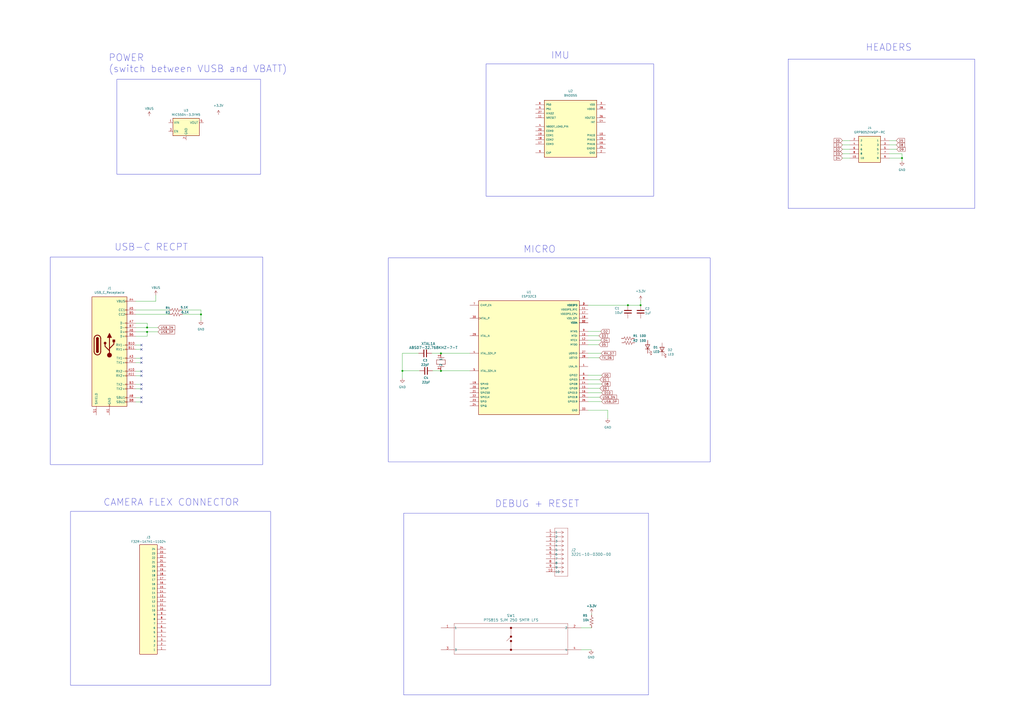
<source format=kicad_sch>
(kicad_sch (version 20230121) (generator eeschema)
  (paper "A2")
  (lib_symbols
    (symbol "3221-10-0300-00:3221-10-0300-00" (pin_names (offset 0.254))
      (property "Reference" "J" (at 8.89 6.35 0))
      (property "Value" "3221-10-0300-00" (at 0 0 0))
      (symbol "3221-10-0300-00_1_1"
        (polyline (pts (xy 5.08 -25.4) (xy 12.7 -25.4)) (stroke (width 0.127)))
        (polyline (pts (xy 5.08 2.54) (xy 5.08 -25.4)) (stroke (width 0.127)))
        (polyline (pts (xy 10.16 -22.86) (xy 5.08 -22.86)) (stroke (width 0.127)))
        (polyline (pts (xy 10.16 -22.86) (xy 8.89 -23.7067)) (stroke (width 0.127)))
        (polyline (pts (xy 10.16 -22.86) (xy 8.89 -22.0133)) (stroke (width 0.127)))
        (polyline (pts (xy 10.16 -20.32) (xy 5.08 -20.32)) (stroke (width 0.127)))
        (polyline (pts (xy 10.16 -20.32) (xy 8.89 -21.1667)) (stroke (width 0.127)))
        (polyline (pts (xy 10.16 -20.32) (xy 8.89 -19.4733)) (stroke (width 0.127)))
        (polyline (pts (xy 10.16 -17.78) (xy 5.08 -17.78)) (stroke (width 0.127)))
        (polyline (pts (xy 10.16 -17.78) (xy 8.89 -18.6267)) (stroke (width 0.127)))
        (polyline (pts (xy 10.16 -17.78) (xy 8.89 -16.9333)) (stroke (width 0.127)))
        (polyline (pts (xy 10.16 -15.24) (xy 5.08 -15.24)) (stroke (width 0.127)))
        (polyline (pts (xy 10.16 -15.24) (xy 8.89 -16.0867)) (stroke (width 0.127)))
        (polyline (pts (xy 10.16 -15.24) (xy 8.89 -14.3933)) (stroke (width 0.127)))
        (polyline (pts (xy 10.16 -12.7) (xy 5.08 -12.7)) (stroke (width 0.127)))
        (polyline (pts (xy 10.16 -12.7) (xy 8.89 -13.5467)) (stroke (width 0.127)))
        (polyline (pts (xy 10.16 -12.7) (xy 8.89 -11.8533)) (stroke (width 0.127)))
        (polyline (pts (xy 10.16 -10.16) (xy 5.08 -10.16)) (stroke (width 0.127)))
        (polyline (pts (xy 10.16 -10.16) (xy 8.89 -11.0067)) (stroke (width 0.127)))
        (polyline (pts (xy 10.16 -10.16) (xy 8.89 -9.3133)) (stroke (width 0.127)))
        (polyline (pts (xy 10.16 -7.62) (xy 5.08 -7.62)) (stroke (width 0.127)))
        (polyline (pts (xy 10.16 -7.62) (xy 8.89 -8.4667)) (stroke (width 0.127)))
        (polyline (pts (xy 10.16 -7.62) (xy 8.89 -6.7733)) (stroke (width 0.127)))
        (polyline (pts (xy 10.16 -5.08) (xy 5.08 -5.08)) (stroke (width 0.127)))
        (polyline (pts (xy 10.16 -5.08) (xy 8.89 -5.9267)) (stroke (width 0.127)))
        (polyline (pts (xy 10.16 -5.08) (xy 8.89 -4.2333)) (stroke (width 0.127)))
        (polyline (pts (xy 10.16 -2.54) (xy 5.08 -2.54)) (stroke (width 0.127)))
        (polyline (pts (xy 10.16 -2.54) (xy 8.89 -3.3867)) (stroke (width 0.127)))
        (polyline (pts (xy 10.16 -2.54) (xy 8.89 -1.6933)) (stroke (width 0.127)))
        (polyline (pts (xy 10.16 0) (xy 5.08 0)) (stroke (width 0.127)))
        (polyline (pts (xy 10.16 0) (xy 8.89 -0.8467)) (stroke (width 0.127)))
        (polyline (pts (xy 10.16 0) (xy 8.89 0.8467)) (stroke (width 0.127)))
        (polyline (pts (xy 12.7 -25.4) (xy 12.7 2.54)) (stroke (width 0.127)))
        (polyline (pts (xy 12.7 2.54) (xy 5.08 2.54)) (stroke (width 0.127)))
        (pin unspecified line (at 0 0 0) (length 5.08) (name "1") (number "1"))
        (pin unspecified line (at 0 -22.86 0) (length 5.08) (name "10") (number "10"))
        (pin unspecified line (at 0 -2.54 0) (length 5.08) (name "2") (number "2"))
        (pin unspecified line (at 0 -5.08 0) (length 5.08) (name "3") (number "3"))
        (pin unspecified line (at 0 -7.62 0) (length 5.08) (name "4") (number "4"))
        (pin unspecified line (at 0 -10.16 0) (length 5.08) (name "5") (number "5"))
        (pin unspecified line (at 0 -12.7 0) (length 5.08) (name "6") (number "6"))
        (pin unspecified line (at 0 -15.24 0) (length 5.08) (name "7") (number "7"))
        (pin unspecified line (at 0 -17.78 0) (length 5.08) (name "8") (number "8"))
        (pin unspecified line (at 0 -20.32 0) (length 5.08) (name "9") (number "9"))
      )
      (symbol "3221-10-0300-00_1_2"
        (polyline (pts (xy 5.08 -25.4) (xy 12.7 -25.4)) (stroke (width 0.127)))
        (polyline (pts (xy 5.08 2.54) (xy 5.08 -25.4)) (stroke (width 0.127)))
        (polyline (pts (xy 7.62 -22.86) (xy 5.08 -22.86)) (stroke (width 0.127)))
        (polyline (pts (xy 7.62 -22.86) (xy 8.89 -23.7067)) (stroke (width 0.127)))
        (polyline (pts (xy 7.62 -22.86) (xy 8.89 -22.0133)) (stroke (width 0.127)))
        (polyline (pts (xy 7.62 -20.32) (xy 5.08 -20.32)) (stroke (width 0.127)))
        (polyline (pts (xy 7.62 -20.32) (xy 8.89 -21.1667)) (stroke (width 0.127)))
        (polyline (pts (xy 7.62 -20.32) (xy 8.89 -19.4733)) (stroke (width 0.127)))
        (polyline (pts (xy 7.62 -17.78) (xy 5.08 -17.78)) (stroke (width 0.127)))
        (polyline (pts (xy 7.62 -17.78) (xy 8.89 -18.6267)) (stroke (width 0.127)))
        (polyline (pts (xy 7.62 -17.78) (xy 8.89 -16.9333)) (stroke (width 0.127)))
        (polyline (pts (xy 7.62 -15.24) (xy 5.08 -15.24)) (stroke (width 0.127)))
        (polyline (pts (xy 7.62 -15.24) (xy 8.89 -16.0867)) (stroke (width 0.127)))
        (polyline (pts (xy 7.62 -15.24) (xy 8.89 -14.3933)) (stroke (width 0.127)))
        (polyline (pts (xy 7.62 -12.7) (xy 5.08 -12.7)) (stroke (width 0.127)))
        (polyline (pts (xy 7.62 -12.7) (xy 8.89 -13.5467)) (stroke (width 0.127)))
        (polyline (pts (xy 7.62 -12.7) (xy 8.89 -11.8533)) (stroke (width 0.127)))
        (polyline (pts (xy 7.62 -10.16) (xy 5.08 -10.16)) (stroke (width 0.127)))
        (polyline (pts (xy 7.62 -10.16) (xy 8.89 -11.0067)) (stroke (width 0.127)))
        (polyline (pts (xy 7.62 -10.16) (xy 8.89 -9.3133)) (stroke (width 0.127)))
        (polyline (pts (xy 7.62 -7.62) (xy 5.08 -7.62)) (stroke (width 0.127)))
        (polyline (pts (xy 7.62 -7.62) (xy 8.89 -8.4667)) (stroke (width 0.127)))
        (polyline (pts (xy 7.62 -7.62) (xy 8.89 -6.7733)) (stroke (width 0.127)))
        (polyline (pts (xy 7.62 -5.08) (xy 5.08 -5.08)) (stroke (width 0.127)))
        (polyline (pts (xy 7.62 -5.08) (xy 8.89 -5.9267)) (stroke (width 0.127)))
        (polyline (pts (xy 7.62 -5.08) (xy 8.89 -4.2333)) (stroke (width 0.127)))
        (polyline (pts (xy 7.62 -2.54) (xy 5.08 -2.54)) (stroke (width 0.127)))
        (polyline (pts (xy 7.62 -2.54) (xy 8.89 -3.3867)) (stroke (width 0.127)))
        (polyline (pts (xy 7.62 -2.54) (xy 8.89 -1.6933)) (stroke (width 0.127)))
        (polyline (pts (xy 7.62 0) (xy 5.08 0)) (stroke (width 0.127)))
        (polyline (pts (xy 7.62 0) (xy 8.89 -0.8467)) (stroke (width 0.127)))
        (polyline (pts (xy 7.62 0) (xy 8.89 0.8467)) (stroke (width 0.127)))
        (polyline (pts (xy 12.7 -25.4) (xy 12.7 2.54)) (stroke (width 0.127)))
        (polyline (pts (xy 12.7 2.54) (xy 5.08 2.54)) (stroke (width 0.127)))
        (pin unspecified line (at 0 0 0) (length 5.08) (name "1") (number "1"))
        (pin unspecified line (at 0 -22.86 0) (length 5.08) (name "10") (number "10"))
        (pin unspecified line (at 0 -2.54 0) (length 5.08) (name "2") (number "2"))
        (pin unspecified line (at 0 -5.08 0) (length 5.08) (name "3") (number "3"))
        (pin unspecified line (at 0 -7.62 0) (length 5.08) (name "4") (number "4"))
        (pin unspecified line (at 0 -10.16 0) (length 5.08) (name "5") (number "5"))
        (pin unspecified line (at 0 -12.7 0) (length 5.08) (name "6") (number "6"))
        (pin unspecified line (at 0 -15.24 0) (length 5.08) (name "7") (number "7"))
        (pin unspecified line (at 0 -17.78 0) (length 5.08) (name "8") (number "8"))
        (pin unspecified line (at 0 -20.32 0) (length 5.08) (name "9") (number "9"))
      )
    )
    (symbol "ABS07-32.768KHZ-7-T:ABS07-32.768KHZ-7-T" (pin_names (offset 0.254))
      (property "Reference" "XTAL" (at 5.08 4.445 0))
      (property "Value" "ABS07-32.768KHZ-7-T" (at 5.08 -4.445 0))
      (symbol "ABS07-32.768KHZ-7-T_1_1"
        (polyline (pts (xy 2.54 -1.905) (xy 2.54 1.905)) (stroke (width 0.2032)))
        (polyline (pts (xy 3.81 -2.54) (xy 3.81 2.54)) (stroke (width 0.2032)))
        (polyline (pts (xy 3.81 2.54) (xy 6.35 2.54)) (stroke (width 0.2032)))
        (polyline (pts (xy 6.35 -2.54) (xy 3.81 -2.54)) (stroke (width 0.2032)))
        (polyline (pts (xy 6.35 2.54) (xy 6.35 -2.54)) (stroke (width 0.2032)))
        (polyline (pts (xy 7.62 -1.905) (xy 7.62 1.905)) (stroke (width 0.2032)))
        (pin unspecified line (at 0 0 0) (length 2.54) (name "1") (number "1"))
        (pin unspecified line (at 10.16 0 180) (length 2.54) (name "2") (number "2"))
      )
      (symbol "ABS07-32.768KHZ-7-T_1_2"
        (polyline (pts (xy -2.54 3.81) (xy -2.54 6.35)) (stroke (width 0.2032)))
        (polyline (pts (xy -2.54 6.35) (xy 2.54 6.35)) (stroke (width 0.2032)))
        (polyline (pts (xy 1.905 2.54) (xy -1.905 2.54)) (stroke (width 0.2032)))
        (polyline (pts (xy 1.905 7.62) (xy -1.905 7.62)) (stroke (width 0.2032)))
        (polyline (pts (xy 2.54 3.81) (xy -2.54 3.81)) (stroke (width 0.2032)))
        (polyline (pts (xy 2.54 6.35) (xy 2.54 3.81)) (stroke (width 0.2032)))
        (pin unspecified line (at 0 0 90) (length 2.54) (name "1") (number "1"))
        (pin unspecified line (at 0 10.16 270) (length 2.54) (name "2") (number "2"))
      )
      (symbol "ABS07-32.768KHZ-7-T_2_1"
        (polyline (pts (xy -2.54 3.81) (xy -2.54 6.35)) (stroke (width 0.2032)))
        (polyline (pts (xy -2.54 6.35) (xy 2.54 6.35)) (stroke (width 0.2032)))
        (polyline (pts (xy 1.905 2.54) (xy -1.905 2.54)) (stroke (width 0.2032)))
        (polyline (pts (xy 1.905 7.62) (xy -1.905 7.62)) (stroke (width 0.2032)))
        (polyline (pts (xy 2.54 3.81) (xy -2.54 3.81)) (stroke (width 0.2032)))
        (polyline (pts (xy 2.54 6.35) (xy 2.54 3.81)) (stroke (width 0.2032)))
      )
      (symbol "ABS07-32.768KHZ-7-T_2_2"
        (polyline (pts (xy -2.54 3.81) (xy -2.54 6.35)) (stroke (width 0.2032)))
        (polyline (pts (xy -2.54 6.35) (xy 2.54 6.35)) (stroke (width 0.2032)))
        (polyline (pts (xy 1.905 2.54) (xy -1.905 2.54)) (stroke (width 0.2032)))
        (polyline (pts (xy 1.905 7.62) (xy -1.905 7.62)) (stroke (width 0.2032)))
        (polyline (pts (xy 2.54 3.81) (xy -2.54 3.81)) (stroke (width 0.2032)))
        (polyline (pts (xy 2.54 6.35) (xy 2.54 3.81)) (stroke (width 0.2032)))
      )
    )
    (symbol "BNO055:BNO055" (pin_names (offset 1.016))
      (property "Reference" "U" (at -14.7397 15.7562 0))
      (property "Value" "BNO055" (at -14.7607 -19.5962 0))
      (symbol "BNO055_0_0"
        (rectangle (start -15.24 -17.78) (end 15.24 15.24) (stroke (width 0.254)) (fill (type background)))
        (pin power_in line (at 20.32 -5.08 180) (length 5.08) (name "PIN10") (number "10"))
        (pin input line (at -20.32 5.08 0) (length 5.08) (name "NRESET") (number "11"))
        (pin output line (at 20.32 2.54 180) (length 5.08) (name "INT") (number "14"))
        (pin power_in line (at 20.32 -7.62 180) (length 5.08) (name "PIN15") (number "15"))
        (pin power_in line (at 20.32 -10.16 180) (length 5.08) (name "PIN16") (number "16"))
        (pin bidirectional line (at -20.32 -10.16 0) (length 5.08) (name "COM3") (number "17"))
        (pin bidirectional line (at -20.32 -7.62 0) (length 5.08) (name "COM2") (number "18"))
        (pin bidirectional line (at -20.32 -5.08 0) (length 5.08) (name "COM1") (number "19"))
        (pin power_in line (at 20.32 -15.24 180) (length 5.08) (name "GND") (number "2"))
        (pin bidirectional line (at -20.32 -2.54 0) (length 5.08) (name "COM0") (number "20"))
        (pin power_in line (at 20.32 -12.7 180) (length 5.08) (name "GNDIO") (number "25"))
        (pin output line (at 20.32 5.08 180) (length 5.08) (name "XOUT32") (number "26"))
        (pin input line (at -20.32 7.62 0) (length 5.08) (name "XIN32") (number "27"))
        (pin power_in line (at 20.32 10.16 180) (length 5.08) (name "VDDIO") (number "28"))
        (pin power_in line (at 20.32 12.7 180) (length 5.08) (name "VDD") (number "3"))
        (pin bidirectional line (at -20.32 0 0) (length 5.08) (name "NBOOT_LOAD_PIN") (number "4"))
        (pin input line (at -20.32 10.16 0) (length 5.08) (name "PS1") (number "5"))
        (pin input line (at -20.32 12.7 0) (length 5.08) (name "PS0") (number "6"))
        (pin passive line (at -20.32 -15.24 0) (length 5.08) (name "CAP") (number "9"))
      )
    )
    (symbol "Connector:USB_C_Receptacle" (pin_names (offset 1.016))
      (property "Reference" "J" (at -10.16 29.21 0))
      (property "Value" "USB_C_Receptacle" (at 10.16 29.21 0))
      (symbol "USB_C_Receptacle_0_0"
        (rectangle (start -0.254 -35.56) (end 0.254 -34.544))
        (rectangle (start 10.16 -32.766) (end 9.144 -33.274))
        (rectangle (start 10.16 -30.226) (end 9.144 -30.734))
        (rectangle (start 10.16 -25.146) (end 9.144 -25.654))
        (rectangle (start 10.16 -22.606) (end 9.144 -23.114))
        (rectangle (start 10.16 -17.526) (end 9.144 -18.034))
        (rectangle (start 10.16 -14.986) (end 9.144 -15.494))
        (rectangle (start 10.16 -9.906) (end 9.144 -10.414))
        (rectangle (start 10.16 -7.366) (end 9.144 -7.874))
        (rectangle (start 10.16 -2.286) (end 9.144 -2.794))
        (rectangle (start 10.16 0.254) (end 9.144 -0.254))
        (rectangle (start 10.16 5.334) (end 9.144 4.826))
        (rectangle (start 10.16 7.874) (end 9.144 7.366))
        (rectangle (start 10.16 10.414) (end 9.144 9.906))
        (rectangle (start 10.16 12.954) (end 9.144 12.446))
        (rectangle (start 10.16 18.034) (end 9.144 17.526))
        (rectangle (start 10.16 20.574) (end 9.144 20.066))
        (rectangle (start 10.16 25.654) (end 9.144 25.146))
      )
      (symbol "USB_C_Receptacle_0_1"
        (rectangle (start -10.16 27.94) (end 10.16 -35.56) (stroke (width 0.254)) (fill (type background)))
        (arc (start -8.89 -3.81) (mid -6.985 -5.7067) (end -5.08 -3.81) (stroke (width 0.508)))
        (arc (start -7.62 -3.81) (mid -6.985 -4.4423) (end -6.35 -3.81) (stroke (width 0.254)))
        (arc (start -7.62 -3.81) (mid -6.985 -4.4423) (end -6.35 -3.81) (stroke (width 0.254)) (fill (type outline)))
        (rectangle (start -7.62 -3.81) (end -6.35 3.81) (stroke (width 0.254)) (fill (type outline)))
        (arc (start -6.35 3.81) (mid -6.985 4.4423) (end -7.62 3.81) (stroke (width 0.254)))
        (arc (start -6.35 3.81) (mid -6.985 4.4423) (end -7.62 3.81) (stroke (width 0.254)) (fill (type outline)))
        (arc (start -5.08 3.81) (mid -6.985 5.7067) (end -8.89 3.81) (stroke (width 0.508)))
        (polyline (pts (xy -8.89 -3.81) (xy -8.89 3.81)) (stroke (width 0.508)))
        (polyline (pts (xy -5.08 3.81) (xy -5.08 -3.81)) (stroke (width 0.508)))
      )
      (symbol "USB_C_Receptacle_1_1"
        (circle (center -2.54 1.143) (radius 0.635) (stroke (width 0.254)) (fill (type outline)))
        (circle (center 0 -5.842) (radius 1.27) (fill (type outline)))
        (polyline (pts (xy 0 -5.842) (xy 0 4.318)) (stroke (width 0.508)))
        (polyline (pts (xy 0 -3.302) (xy -2.54 -0.762) (xy -2.54 0.508)) (stroke (width 0.508)))
        (polyline (pts (xy 0 -2.032) (xy 2.54 0.508) (xy 2.54 1.778)) (stroke (width 0.508)))
        (polyline (pts (xy -1.27 4.318) (xy 0 6.858) (xy 1.27 4.318) (xy -1.27 4.318)) (stroke (width 0.254)) (fill (type outline)))
        (rectangle (start 1.905 1.778) (end 3.175 3.048) (stroke (width 0.254)) (fill (type outline)))
        (pin passive line (at 0 -40.64 90) (length 5.08) (name "GND") (number "A1"))
        (pin bidirectional line (at 15.24 -15.24 180) (length 5.08) (name "RX2-") (number "A10"))
        (pin bidirectional line (at 15.24 -17.78 180) (length 5.08) (name "RX2+") (number "A11"))
        (pin passive line (at 0 -40.64 90) (length 5.08) hide (name "GND") (number "A12"))
        (pin bidirectional line (at 15.24 -10.16 180) (length 5.08) (name "TX1+") (number "A2"))
        (pin bidirectional line (at 15.24 -7.62 180) (length 5.08) (name "TX1-") (number "A3"))
        (pin passive line (at 15.24 25.4 180) (length 5.08) (name "VBUS") (number "A4"))
        (pin bidirectional line (at 15.24 20.32 180) (length 5.08) (name "CC1") (number "A5"))
        (pin bidirectional line (at 15.24 7.62 180) (length 5.08) (name "D+") (number "A6"))
        (pin bidirectional line (at 15.24 12.7 180) (length 5.08) (name "D-") (number "A7"))
        (pin bidirectional line (at 15.24 -30.48 180) (length 5.08) (name "SBU1") (number "A8"))
        (pin passive line (at 15.24 25.4 180) (length 5.08) hide (name "VBUS") (number "A9"))
        (pin passive line (at 0 -40.64 90) (length 5.08) hide (name "GND") (number "B1"))
        (pin bidirectional line (at 15.24 0 180) (length 5.08) (name "RX1-") (number "B10"))
        (pin bidirectional line (at 15.24 -2.54 180) (length 5.08) (name "RX1+") (number "B11"))
        (pin passive line (at 0 -40.64 90) (length 5.08) hide (name "GND") (number "B12"))
        (pin bidirectional line (at 15.24 -25.4 180) (length 5.08) (name "TX2+") (number "B2"))
        (pin bidirectional line (at 15.24 -22.86 180) (length 5.08) (name "TX2-") (number "B3"))
        (pin passive line (at 15.24 25.4 180) (length 5.08) hide (name "VBUS") (number "B4"))
        (pin bidirectional line (at 15.24 17.78 180) (length 5.08) (name "CC2") (number "B5"))
        (pin bidirectional line (at 15.24 5.08 180) (length 5.08) (name "D+") (number "B6"))
        (pin bidirectional line (at 15.24 10.16 180) (length 5.08) (name "D-") (number "B7"))
        (pin bidirectional line (at 15.24 -33.02 180) (length 5.08) (name "SBU2") (number "B8"))
        (pin passive line (at 15.24 25.4 180) (length 5.08) hide (name "VBUS") (number "B9"))
        (pin passive line (at -7.62 -40.64 90) (length 5.08) (name "SHIELD") (number "S1"))
      )
    )
    (symbol "Device:C" (pin_numbers hide) (pin_names (offset 0.254))
      (property "Reference" "C" (at 0.635 2.54 0))
      (property "Value" "C" (at 0.635 -2.54 0))
      (symbol "C_0_1"
        (polyline (pts (xy -2.032 -0.762) (xy 2.032 -0.762)) (stroke (width 0.508)))
        (polyline (pts (xy -2.032 0.762) (xy 2.032 0.762)) (stroke (width 0.508)))
      )
      (symbol "C_1_1"
        (pin passive line (at 0 3.81 270) (length 2.794) (name "~") (number "1"))
        (pin passive line (at 0 -3.81 90) (length 2.794) (name "~") (number "2"))
      )
    )
    (symbol "Device:LED" (pin_numbers hide) (pin_names (offset 1.016) hide)
      (property "Reference" "D" (at 0 2.54 0))
      (property "Value" "LED" (at 0 -2.54 0))
      (symbol "LED_0_1"
        (polyline (pts (xy -1.27 -1.27) (xy -1.27 1.27)) (stroke (width 0.254)))
        (polyline (pts (xy -1.27 0) (xy 1.27 0)))
        (polyline (pts (xy 1.27 -1.27) (xy 1.27 1.27) (xy -1.27 0) (xy 1.27 -1.27)) (stroke (width 0.254)))
        (polyline (pts (xy -3.048 -0.762) (xy -4.572 -2.286) (xy -3.81 -2.286) (xy -4.572 -2.286) (xy -4.572 -1.524)))
        (polyline (pts (xy -1.778 -0.762) (xy -3.302 -2.286) (xy -2.54 -2.286) (xy -3.302 -2.286) (xy -3.302 -1.524)))
      )
      (symbol "LED_1_1"
        (pin passive line (at -3.81 0 0) (length 2.54) (name "K") (number "1"))
        (pin passive line (at 3.81 0 180) (length 2.54) (name "A") (number "2"))
      )
    )
    (symbol "Device:R_US" (pin_numbers hide) (pin_names (offset 0))
      (property "Reference" "R" (at 2.54 0 90))
      (property "Value" "R_US" (at -2.54 0 90))
      (symbol "R_US_0_1"
        (polyline (pts (xy 0 -2.286) (xy 0 -2.54)))
        (polyline (pts (xy 0 2.286) (xy 0 2.54)))
        (polyline (pts (xy 0 -0.762) (xy 1.016 -1.143) (xy 0 -1.524) (xy -1.016 -1.905) (xy 0 -2.286)))
        (polyline (pts (xy 0 0.762) (xy 1.016 0.381) (xy 0 0) (xy -1.016 -0.381) (xy 0 -0.762)))
        (polyline (pts (xy 0 2.286) (xy 1.016 1.905) (xy 0 1.524) (xy -1.016 1.143) (xy 0 0.762)))
      )
      (symbol "R_US_1_1"
        (pin passive line (at 0 3.81 270) (length 1.27) (name "~") (number "1"))
        (pin passive line (at 0 -3.81 90) (length 1.27) (name "~") (number "2"))
      )
    )
    (symbol "ESP32C3:ESP32C3" (pin_names (offset 1.016))
      (property "Reference" "U" (at -30.48 33.782 0))
      (property "Value" "ESP32C3" (at -30.48 -33.782 0))
      (symbol "ESP32C3_0_0"
        (rectangle (start -30.48 -33.02) (end 27.94 33.02) (stroke (width 0.254)) (fill (type background)))
        (pin bidirectional line (at 33.02 -5.08 180) (length 5.08) (name "LNA_IN") (number "1"))
        (pin bidirectional line (at 33.02 12.7 180) (length 5.08) (name "MTDI") (number "10"))
        (pin power_in line (at 33.02 27.94 180) (length 5.08) (name "VDD3P3_RTC") (number "11"))
        (pin bidirectional line (at 33.02 10.16 180) (length 5.08) (name "MTCK") (number "12"))
        (pin bidirectional line (at 33.02 7.62 180) (length 5.08) (name "MTDO") (number "13"))
        (pin bidirectional line (at 33.02 -15.24 180) (length 5.08) (name "GPIO8") (number "14"))
        (pin bidirectional line (at 33.02 -17.78 180) (length 5.08) (name "GPIO9") (number "15"))
        (pin bidirectional line (at 33.02 -20.32 180) (length 5.08) (name "GPIO10") (number "16"))
        (pin power_in line (at 33.02 25.4 180) (length 5.08) (name "VDD3P3_CPU") (number "17"))
        (pin power_in line (at 33.02 22.86 180) (length 5.08) (name "VDD_SPI") (number "18"))
        (pin bidirectional line (at -35.56 -15.24 0) (length 5.08) (name "SPIHD") (number "19"))
        (pin power_in line (at 33.02 30.48 180) (length 5.08) (name "VDD3P3") (number "2"))
        (pin bidirectional line (at -35.56 -17.78 0) (length 5.08) (name "SPIWP") (number "20"))
        (pin bidirectional line (at -35.56 -20.32 0) (length 5.08) (name "SPICS0") (number "21"))
        (pin bidirectional line (at -35.56 -22.86 0) (length 5.08) (name "SPICLK") (number "22"))
        (pin bidirectional line (at -35.56 -25.4 0) (length 5.08) (name "SPID") (number "23"))
        (pin bidirectional line (at -35.56 -27.94 0) (length 5.08) (name "SPIQ") (number "24"))
        (pin bidirectional line (at 33.02 -22.86 180) (length 5.08) (name "GPIO18") (number "25"))
        (pin bidirectional line (at 33.02 -25.4 180) (length 5.08) (name "GPIO19") (number "26"))
        (pin bidirectional line (at 33.02 2.54 180) (length 5.08) (name "U0RXD") (number "27"))
        (pin bidirectional line (at 33.02 0 180) (length 5.08) (name "U0TXD") (number "28"))
        (pin output line (at -35.56 12.7 0) (length 5.08) (name "XTAL_N") (number "29"))
        (pin power_in line (at 33.02 30.48 180) (length 5.08) (name "VDD3P3") (number "3"))
        (pin input clock (at -35.56 22.86 0) (length 5.08) (name "XTAL_P") (number "30"))
        (pin power_in line (at 33.02 20.32 180) (length 5.08) (name "VDDA") (number "31"))
        (pin power_in line (at 33.02 20.32 180) (length 5.08) (name "VDDA") (number "32"))
        (pin power_in line (at 33.02 -30.48 180) (length 5.08) (name "GND") (number "33"))
        (pin bidirectional line (at -35.56 2.54 0) (length 5.08) (name "XTAL_32K_P") (number "4"))
        (pin bidirectional line (at -35.56 -7.62 0) (length 5.08) (name "XTAL_32K_N") (number "5"))
        (pin bidirectional line (at 33.02 -10.16 180) (length 5.08) (name "GPIO2") (number "6"))
        (pin input line (at -35.56 30.48 0) (length 5.08) (name "CHIP_EN") (number "7"))
        (pin bidirectional line (at 33.02 -12.7 180) (length 5.08) (name "GPIO3") (number "8"))
        (pin bidirectional line (at 33.02 15.24 180) (length 5.08) (name "MTMS") (number "9"))
      )
    )
    (symbol "F32R-1A7H1-11024:F32R-1A7H1-11024" (pin_names (offset 1.016))
      (property "Reference" "J" (at -5.08 31.242 0))
      (property "Value" "F32R-1A7H1-11024" (at -5.08 -35.56 0))
      (symbol "F32R-1A7H1-11024_0_0"
        (rectangle (start -5.08 -33.02) (end 5.08 30.48) (stroke (width 0.254)) (fill (type background)))
        (pin passive line (at -10.16 27.94 0) (length 5.08) (name "1") (number "1"))
        (pin passive line (at -10.16 5.08 0) (length 5.08) (name "10") (number "10"))
        (pin passive line (at -10.16 2.54 0) (length 5.08) (name "11") (number "11"))
        (pin passive line (at -10.16 0 0) (length 5.08) (name "12") (number "12"))
        (pin passive line (at -10.16 -2.54 0) (length 5.08) (name "13") (number "13"))
        (pin passive line (at -10.16 -5.08 0) (length 5.08) (name "14") (number "14"))
        (pin passive line (at -10.16 -7.62 0) (length 5.08) (name "15") (number "15"))
        (pin passive line (at -10.16 -10.16 0) (length 5.08) (name "16") (number "16"))
        (pin passive line (at -10.16 -12.7 0) (length 5.08) (name "17") (number "17"))
        (pin passive line (at -10.16 -15.24 0) (length 5.08) (name "18") (number "18"))
        (pin passive line (at -10.16 -17.78 0) (length 5.08) (name "19") (number "19"))
        (pin passive line (at -10.16 25.4 0) (length 5.08) (name "2") (number "2"))
        (pin passive line (at -10.16 -20.32 0) (length 5.08) (name "20") (number "20"))
        (pin passive line (at -10.16 -22.86 0) (length 5.08) (name "21") (number "21"))
        (pin passive line (at -10.16 -25.4 0) (length 5.08) (name "22") (number "22"))
        (pin passive line (at -10.16 -27.94 0) (length 5.08) (name "23") (number "23"))
        (pin passive line (at -10.16 -30.48 0) (length 5.08) (name "24") (number "24"))
        (pin passive line (at -10.16 22.86 0) (length 5.08) (name "3") (number "3"))
        (pin passive line (at -10.16 20.32 0) (length 5.08) (name "4") (number "4"))
        (pin passive line (at -10.16 17.78 0) (length 5.08) (name "5") (number "5"))
        (pin passive line (at -10.16 15.24 0) (length 5.08) (name "6") (number "6"))
        (pin passive line (at -10.16 12.7 0) (length 5.08) (name "7") (number "7"))
        (pin passive line (at -10.16 10.16 0) (length 5.08) (name "8") (number "8"))
        (pin passive line (at -10.16 7.62 0) (length 5.08) (name "9") (number "9"))
      )
    )
    (symbol "GRPB052VWQP-RC:GRPB052VWQP-RC" (pin_names (offset 1.016))
      (property "Reference" "J" (at 19.05 7.62 0))
      (property "Value" "GRPB052VWQP-RC" (at 19.05 5.08 0))
      (symbol "GRPB052VWQP-RC_0_0"
        (rectangle (start 5.08 -12.7) (end 17.78 2.54) (stroke (width 0.254)) (fill (type background)))
        (pin bidirectional line (at 22.86 0 180) (length 5.08) (name "1") (number "1"))
        (pin bidirectional line (at 0 -10.16 0) (length 5.08) (name "10") (number "10"))
        (pin bidirectional line (at 0 0 0) (length 5.08) (name "2") (number "2"))
        (pin bidirectional line (at 22.86 -2.54 180) (length 5.08) (name "3") (number "3"))
        (pin bidirectional line (at 0 -2.54 0) (length 5.08) (name "4") (number "4"))
        (pin bidirectional line (at 22.86 -5.08 180) (length 5.08) (name "5") (number "5"))
        (pin bidirectional line (at 0 -5.08 0) (length 5.08) (name "6") (number "6"))
        (pin bidirectional line (at 22.86 -7.62 180) (length 5.08) (name "7") (number "7"))
        (pin bidirectional line (at 0 -7.62 0) (length 5.08) (name "8") (number "8"))
        (pin bidirectional line (at 22.86 -10.16 180) (length 5.08) (name "9") (number "9"))
      )
    )
    (symbol "PTS815:PTS815_SJM_250_SMTR_LFS" (pin_names (offset 0.254))
      (property "Reference" "SW" (at 40.64 7.62 0))
      (property "Value" "PTS815 SJM 250 SMTR LFS" (at 40.64 5.08 0))
      (symbol "PTS815_SJM_250_SMTR_LFS_0_1"
        (polyline (pts (xy 7.62 -15.24) (xy 73.66 -15.24)) (stroke (width 0.127)))
        (polyline (pts (xy 7.62 0) (xy 73.66 0)) (stroke (width 0.127)))
        (polyline (pts (xy 7.62 2.54) (xy 7.62 -15.24)) (stroke (width 0.127)))
        (polyline (pts (xy 38.1 -7.62) (xy 40.64 -5.08)) (stroke (width 0.127)))
        (polyline (pts (xy 40.64 -7.62) (xy 40.64 -12.7)) (stroke (width 0.127)))
        (polyline (pts (xy 40.64 -5.08) (xy 40.64 0)) (stroke (width 0.127)))
        (polyline (pts (xy 73.66 -15.24) (xy 73.66 2.54)) (stroke (width 0.127)))
        (polyline (pts (xy 73.66 -12.7) (xy 7.62 -12.7)) (stroke (width 0.127)))
        (polyline (pts (xy 73.66 2.54) (xy 7.62 2.54)) (stroke (width 0.127)))
        (circle (center 40.64 -12.7) (radius 0.127) (stroke (width 0.508)))
        (circle (center 40.64 -7.62) (radius 0.127) (stroke (width 0.508)))
        (circle (center 40.64 -5.08) (radius 0.127) (stroke (width 0.508)))
        (circle (center 40.64 0) (radius 0.127) (stroke (width 0.508)))
        (pin unspecified line (at 0 0 0) (length 7.62) (name "1") (number "1"))
        (pin unspecified line (at 81.28 0 180) (length 7.62) (name "2") (number "2"))
        (pin unspecified line (at 0 -12.7 0) (length 7.62) (name "3") (number "3"))
        (pin unspecified line (at 81.28 -12.7 180) (length 7.62) (name "4") (number "4"))
      )
    )
    (symbol "Regulator_Linear:MIC5504-3.3YM5"
      (property "Reference" "U" (at -7.62 8.89 0))
      (property "Value" "MIC5504-3.3YM5" (at -7.62 6.35 0))
      (symbol "MIC5504-3.3YM5_0_1"
        (rectangle (start -7.62 -5.08) (end 7.62 5.08) (stroke (width 0.254)) (fill (type background)))
      )
      (symbol "MIC5504-3.3YM5_1_1"
        (pin power_in line (at -10.16 2.54 0) (length 2.54) (name "VIN") (number "1"))
        (pin power_in line (at 0 -7.62 90) (length 2.54) (name "GND") (number "2"))
        (pin input line (at -10.16 -2.54 0) (length 2.54) (name "EN") (number "3"))
        (pin no_connect line (at 7.62 -2.54 180) (length 2.54) hide (name "NC") (number "4"))
        (pin power_out line (at 10.16 2.54 180) (length 2.54) (name "VOUT") (number "5"))
      )
    )
    (symbol "power:+3.3V" (power) (pin_names (offset 0))
      (property "Value" "+3.3V" (at 0 3.556 0))
      (symbol "+3.3V_0_1"
        (polyline (pts (xy -0.762 1.27) (xy 0 2.54)))
        (polyline (pts (xy 0 0) (xy 0 2.54)))
        (polyline (pts (xy 0 2.54) (xy 0.762 1.27)))
      )
      (symbol "+3.3V_1_1"
        (pin power_in line (at 0 0 90) (length 0) hide (name "+3.3V") (number "1"))
      )
    )
    (symbol "power:GND" (power) (pin_names (offset 0))
      (property "Value" "GND" (at 0 -3.81 0))
      (symbol "GND_0_1"
        (polyline (pts (xy 0 0) (xy 0 -1.27) (xy 1.27 -1.27) (xy 0 -2.54) (xy -1.27 -1.27) (xy 0 -1.27)))
      )
      (symbol "GND_1_1"
        (pin power_in line (at 0 0 270) (length 0) hide (name "GND") (number "1"))
      )
    )
    (symbol "power:VBUS" (power) (pin_names (offset 0))
      (property "Value" "VBUS" (at 0 3.81 0))
      (symbol "VBUS_0_1"
        (polyline (pts (xy -0.762 1.27) (xy 0 2.54)))
        (polyline (pts (xy 0 0) (xy 0 2.54)))
        (polyline (pts (xy 0 2.54) (xy 0.762 1.27)))
      )
      (symbol "VBUS_1_1"
        (pin power_in line (at 0 0 90) (length 0) hide (name "VBUS") (number "1"))
      )
    )
  )
  (junction (at 255.778 215.138))
  (junction (at 371.602 177.038))
  (junction (at 233.426 215.138))
  (junction (at 523.24 91.694))
  (junction (at 255.778 204.978))
  (junction (at 116.586 182.372))
  (junction (at 85.344 192.532))
  (junction (at 85.344 189.992))
  (junction (at 364.236 177.038))
  (no_connect (at 82.042 217.932))
  (no_connect (at 82.042 230.632))
  (no_connect (at 82.042 233.172))
  (no_connect (at 82.042 223.012))
  (no_connect (at 82.042 200.152))
  (no_connect (at 82.042 207.772))
  (no_connect (at 82.042 210.312))
  (no_connect (at 82.042 225.552))
  (no_connect (at 82.042 215.392))
  (no_connect (at 82.042 202.692))
  (wire (pts (xy 337.058 376.936) (xy 342.9 376.936)))
  (wire (pts (xy 341.122 222.758) (xy 348.996 222.758)))
  (wire (pts (xy 82.042 210.312) (xy 78.74 210.312)))
  (wire (pts (xy 90.424 171.196) (xy 90.424 174.752)))
  (wire (pts (xy 488.696 89.154) (xy 493.014 89.154)))
  (wire (pts (xy 82.042 233.172) (xy 78.74 233.172)))
  (wire (pts (xy 90.424 174.752) (xy 78.74 174.752)))
  (wire (pts (xy 520.192 86.614) (xy 515.874 86.614)))
  (wire (pts (xy 82.042 200.152) (xy 78.74 200.152)))
  (wire (pts (xy 116.586 182.372) (xy 116.586 185.928)))
  (wire (pts (xy 341.122 192.278) (xy 348.488 192.278)))
  (wire (pts (xy 341.122 194.818) (xy 347.472 194.818)))
  (wire (pts (xy 343.154 355.854) (xy 343.154 356.616)))
  (wire (pts (xy 116.586 179.832) (xy 116.586 182.372)))
  (wire (pts (xy 488.696 81.534) (xy 493.014 81.534)))
  (wire (pts (xy 85.344 192.532) (xy 91.694 192.532)))
  (wire (pts (xy 242.824 204.978) (xy 233.426 204.978)))
  (wire (pts (xy 371.602 174.244) (xy 371.602 177.038)))
  (wire (pts (xy 341.122 199.898) (xy 347.472 199.898)))
  (wire (pts (xy 85.344 187.452) (xy 85.344 189.992)))
  (wire (pts (xy 78.74 192.532) (xy 85.344 192.532)))
  (wire (pts (xy 341.122 197.358) (xy 348.488 197.358)))
  (wire (pts (xy 519.938 84.074) (xy 515.874 84.074)))
  (wire (pts (xy 78.74 187.452) (xy 85.344 187.452)))
  (wire (pts (xy 82.042 225.552) (xy 78.74 225.552)))
  (wire (pts (xy 85.344 195.072) (xy 85.344 192.532)))
  (wire (pts (xy 488.696 84.074) (xy 493.014 84.074)))
  (wire (pts (xy 337.058 364.236) (xy 343.154 364.236)))
  (wire (pts (xy 515.874 89.154) (xy 523.24 89.154)))
  (wire (pts (xy 341.122 225.298) (xy 347.98 225.298)))
  (wire (pts (xy 243.332 215.138) (xy 233.426 215.138)))
  (wire (pts (xy 488.696 86.614) (xy 493.014 86.614)))
  (wire (pts (xy 82.042 202.692) (xy 78.74 202.692)))
  (wire (pts (xy 341.122 207.518) (xy 347.726 207.518)))
  (wire (pts (xy 519.938 81.534) (xy 515.874 81.534)))
  (wire (pts (xy 105.918 182.372) (xy 116.586 182.372)))
  (wire (pts (xy 523.24 93.472) (xy 523.24 91.694)))
  (wire (pts (xy 341.122 237.998) (xy 352.552 237.998)))
  (wire (pts (xy 250.952 215.138) (xy 255.778 215.138)))
  (wire (pts (xy 347.98 220.218) (xy 341.122 220.218)))
  (wire (pts (xy 341.122 227.838) (xy 348.996 227.838)))
  (wire (pts (xy 82.042 223.012) (xy 78.74 223.012)))
  (wire (pts (xy 364.236 177.038) (xy 341.122 177.038)))
  (wire (pts (xy 78.74 195.072) (xy 85.344 195.072)))
  (wire (pts (xy 105.664 179.832) (xy 116.586 179.832)))
  (wire (pts (xy 488.696 91.694) (xy 493.014 91.694)))
  (wire (pts (xy 352.552 237.998) (xy 352.552 242.824)))
  (wire (pts (xy 341.122 232.918) (xy 348.996 232.918)))
  (wire (pts (xy 341.122 230.378) (xy 347.98 230.378)))
  (wire (pts (xy 341.122 204.978) (xy 348.742 204.978)))
  (wire (pts (xy 82.042 215.392) (xy 78.74 215.392)))
  (wire (pts (xy 78.74 182.372) (xy 98.298 182.372)))
  (wire (pts (xy 250.444 204.978) (xy 255.778 204.978)))
  (wire (pts (xy 364.236 177.038) (xy 371.602 177.038)))
  (wire (pts (xy 91.694 189.992) (xy 85.344 189.992)))
  (wire (pts (xy 523.24 91.694) (xy 515.874 91.694)))
  (wire (pts (xy 82.042 207.772) (xy 78.74 207.772)))
  (wire (pts (xy 523.24 89.154) (xy 523.24 91.694)))
  (wire (pts (xy 255.778 204.978) (xy 272.542 204.978)))
  (wire (pts (xy 348.996 217.678) (xy 341.122 217.678)))
  (wire (pts (xy 233.426 215.138) (xy 233.426 219.456)))
  (wire (pts (xy 82.042 217.932) (xy 78.74 217.932)))
  (wire (pts (xy 255.778 215.138) (xy 272.542 215.138)))
  (wire (pts (xy 98.044 179.832) (xy 78.74 179.832)))
  (wire (pts (xy 233.426 204.978) (xy 233.426 215.138)))
  (wire (pts (xy 85.344 189.992) (xy 78.74 189.992)))
  (wire (pts (xy 82.042 230.632) (xy 78.74 230.632)))
  (rectangle (start 67.818 45.974) (end 151.13 101.092))
  (rectangle (start 40.894 296.672) (end 156.972 397.51))
  (rectangle (start 457.2 34.29) (end 565.404 120.904))
  (rectangle (start 29.21 149.098) (end 152.4 269.494))
  (rectangle (start 234.188 297.688) (end 376.174 403.098))
  (rectangle (start 281.94 37.084) (end 379.222 113.792))
  (rectangle (start 225.298 149.606) (end 411.988 267.97))
  (text "IMU" (at 319.532 34.544 0) (effects (font (size 4 4)) (justify left bottom)))
  (text "DEBUG + RESET" (at 287.02 294.64 0) (effects (font (size 4 4)) (justify left bottom)))
  (text "CAMERA FLEX CONNECTOR\n" (at 59.944 293.878 0) (effects (font (size 4 4)) (justify left bottom)))
  (text "POWER\n(switch between VUSB and VBATT)" (at 62.992 42.418 0) (effects (font (size 4 4)) (justify left bottom)))
  (text "USB-C RECPT" (at 66.294 145.796 0) (effects (font (size 4 4)) (justify left bottom)))
  (text "MICRO" (at 303.53 147.066 0) (effects (font (size 4 4)) (justify left bottom)))
  (text "HEADERS" (at 502.158 29.972 0) (effects (font (size 4 4)) (justify left bottom)))
  (global_label "TX_D6" (shape input) (at 347.726 207.518 0) (property "Intersheetrefs" "${INTERSHEET_REFS}" (effects hide)))
  (global_label "D1" (shape input) (at 347.98 220.218 0) (property "Intersheetrefs" "${INTERSHEET_REFS}" (effects hide)))
  (global_label "RX_D7" (shape input) (at 348.742 204.978 0) (property "Intersheetrefs" "${INTERSHEET_REFS}" (effects hide)))
  (global_label "USB_DN" (shape input) (at 91.694 189.992 0) (property "Intersheetrefs" "${INTERSHEET_REFS}" (effects hide)))
  (global_label "D2" (shape input) (at 348.488 192.278 0) (property "Intersheetrefs" "${INTERSHEET_REFS}" (effects hide)))
  (global_label "USB_DP" (shape input) (at 91.694 192.532 0) (property "Intersheetrefs" "${INTERSHEET_REFS}" (effects hide)))
  (global_label "D3" (shape input) (at 347.472 194.818 0) (property "Intersheetrefs" "${INTERSHEET_REFS}" (effects hide)))
  (global_label "D5" (shape input) (at 347.472 199.898 0) (property "Intersheetrefs" "${INTERSHEET_REFS}" (effects hide)))
  (global_label "D0" (shape input) (at 488.696 81.534 180) (property "Intersheetrefs" "${INTERSHEET_REFS}" (effects hide)))
  (global_label "D9" (shape input) (at 347.98 225.298 0) (property "Intersheetrefs" "${INTERSHEET_REFS}" (effects hide)))
  (global_label "D10" (shape input) (at 348.996 227.838 0) (property "Intersheetrefs" "${INTERSHEET_REFS}" (effects hide)))
  (global_label "D5" (shape input) (at 519.938 81.534 0) (property "Intersheetrefs" "${INTERSHEET_REFS}" (effects hide)))
  (global_label "USB_DN" (shape input) (at 347.98 230.378 0) (property "Intersheetrefs" "${INTERSHEET_REFS}" (effects hide)))
  (global_label "D4" (shape input) (at 488.696 91.694 180) (property "Intersheetrefs" "${INTERSHEET_REFS}" (effects hide)))
  (global_label "D8" (shape input) (at 519.938 84.074 0) (property "Intersheetrefs" "${INTERSHEET_REFS}" (effects hide)))
  (global_label "D2" (shape input) (at 488.696 86.614 180) (property "Intersheetrefs" "${INTERSHEET_REFS}" (effects hide)))
  (global_label "D1" (shape input) (at 488.696 84.074 180) (property "Intersheetrefs" "${INTERSHEET_REFS}" (effects hide)))
  (global_label "D9" (shape input) (at 520.192 86.614 0) (property "Intersheetrefs" "${INTERSHEET_REFS}" (effects hide)))
  (global_label "D3" (shape input) (at 488.696 89.154 180) (property "Intersheetrefs" "${INTERSHEET_REFS}" (effects hide)))
  (global_label "D8" (shape input) (at 348.996 222.758 0) (property "Intersheetrefs" "${INTERSHEET_REFS}" (effects hide)))
  (global_label "D0" (shape input) (at 348.996 217.678 0) (property "Intersheetrefs" "${INTERSHEET_REFS}" (effects hide)))
  (global_label "D4" (shape input) (at 348.488 197.358 0) (property "Intersheetrefs" "${INTERSHEET_REFS}" (effects hide)))
  (global_label "USB_DP" (shape input) (at 348.996 232.918 0) (property "Intersheetrefs" "${INTERSHEET_REFS}" (effects hide)))
  (symbol (lib_id "power:VBUS") (at 90.424 171.196 0) (unit 1)
    (property "Reference" "#PWR03" (effects hide))
    (property "Value" "VBUS" (at 90.424 166.878 0))
  )
  (symbol (lib_id "power:+3.3V") (at 371.602 174.244 0) (unit 1)
    (property "Reference" "#PWR01" (effects hide))
    (property "Value" "+3.3V" (at 371.602 168.91 0))
  )
  (symbol (lib_id "power:GND") (at 116.586 185.928 0) (unit 1)
    (property "Reference" "#PWR06" (effects hide))
    (property "Value" "GND" (at 116.586 191.008 0))
  )
  (symbol (lib_id "Device:R_US") (at 364.236 196.342 90) (unit 1)
    (property "Reference" "R1" (at 368.554 194.818 90))
    (property "Value" "100" (at 372.872 194.818 90))
    (property "Footprint" "Resistor_SMD:R_0201_0603Metric" (effects hide))
  )
  (symbol (lib_id "Device:R_US") (at 343.154 360.426 0) (unit 1)
    (property "Reference" "R5" (at 338.074 357.124 0) (effects (justify left)))
    (property "Value" "10k" (at 338.074 359.664 0) (effects (justify left)))
    (property "Footprint" "Resistor_SMD:R_0201_0603Metric" (effects hide))
  )
  (symbol (lib_id "power:GND") (at 233.426 219.456 0) (unit 1)
    (property "Reference" "#PWR09" (effects hide))
    (property "Value" "GND" (at 233.426 224.536 0))
  )
  (symbol (lib_id "3221-10-0300-00:3221-10-0300-00") (at 316.738 308.864 0) (unit 1)
    (property "Reference" "J2" (at 331.216 319.024 0) (effects (font (size 1.524 1.524)) (justify left)))
    (property "Value" "3221-10-0300-00" (at 331.216 321.564 0) (effects (font (size 1.524 1.524)) (justify left)))
    (property "Footprint" "CONN10_3221-10-0300-00_CNC" (effects hide))
    (property "Datasheet" "3221-10-0300-00" (effects hide))
  )
  (symbol (lib_id "power:+3.3V") (at 343.154 355.854 0) (unit 1)
    (property "Reference" "#PWR08" (effects hide))
    (property "Value" "+3.3V" (at 343.154 351.536 0))
  )
  (symbol (lib_id "Regulator_Linear:MIC5504-3.3YM5") (at 107.95 73.66 0) (unit 1)
    (property "Reference" "U3" (at 107.95 64.008 0))
    (property "Value" "MIC5504-3.3YM5" (at 107.95 66.548 0))
    (property "Footprint" "Package_TO_SOT_SMD:SOT-23-5" (effects hide))
    (property "Datasheet" "http://ww1.microchip.com/downloads/en/DeviceDoc/MIC550X.pdf" (effects hide))
  )
  (symbol (lib_id "power:GND") (at 342.9 376.936 0) (unit 1)
    (property "Reference" "#PWR07" (effects hide))
    (property "Value" "GND" (at 342.9 381.254 0))
  )
  (symbol (lib_id "Device:C") (at 247.142 215.138 270) (unit 1)
    (property "Reference" "C4" (at 247.142 219.202 90))
    (property "Value" "22pF" (at 247.142 221.742 90))
    (property "Footprint" "Capacitor_SMD:C_0201_0603Metric" (effects hide))
  )
  (symbol (lib_id "Device:R_US") (at 101.854 179.832 90) (unit 1)
    (property "Reference" "R4" (at 97.282 178.562 90))
    (property "Value" "5.1K" (at 106.934 178.308 90))
    (property "Footprint" "Resistor_SMD:R_0201_0603Metric" (effects hide))
  )
  (symbol (lib_id "power:GND") (at 523.24 93.472 0) (unit 1)
    (property "Reference" "#PWR010" (effects hide))
    (property "Value" "GND" (at 523.24 98.552 0))
  )
  (symbol (lib_id "Device:LED") (at 384.048 202.692 90) (unit 1)
    (property "Reference" "D2" (at 387.35 203.0095 90) (effects (justify right)))
    (property "Value" "LED" (at 387.35 205.5495 90) (effects (justify right)))
    (property "Footprint" "LED_SMD:LED_0603_1608Metric" (effects hide))
  )
  (symbol (lib_id "Device:R_US") (at 102.108 182.372 90) (unit 1)
    (property "Reference" "R3" (at 97.282 181.356 90))
    (property "Value" "6.1K" (at 107.442 181.102 90))
    (property "Footprint" "Resistor_SMD:R_0201_0603Metric" (effects hide))
  )
  (symbol (lib_id "GRPB052VWQP-RC:GRPB052VWQP-RC") (at 493.014 81.534 0) (unit 1)
    (property "Reference" "J4" (at 504.444 74.168 0))
    (property "Value" "GRPB052VWQP-RC" (at 504.444 76.708 0))
    (property "Footprint" "GRPB052VWQP-RC:GRPB052VWQPRC" (effects hide))
    (property "Manufacturer_Name" "Sullins" (effects hide))
    (property "MF" "Sullins Connector" (effects hide))
    (property "Description" "\nConnector Header Surface Mount 10 position 0.050 (1.27mm)\n" (effects hide))
    (property "Price" "None" (effects hide))
    (property "Package" "None" (effects hide))
    (property "Check_prices" "https://www.snapeda.com/parts/GRPB052VWQP-RC/Sullins+Connector+Solutions/view-part/?ref=eda" (effects hide))
    (property "Height" "5.3mm" (effects hide))
    (property "MP" "GRPB052VWQP-RC" (effects hide))
    (property "SnapEDA_Link" "https://www.snapeda.com/parts/GRPB052VWQP-RC/Sullins+Connector+Solutions/view-part/?ref=snap" (effects hide))
    (property "Availability" "In Stock" (effects hide))
    (property "Manufacturer_Part_Number" "GRPB052VWQP-RC" (effects hide))
  )
  (symbol (lib_id "ABS07-32.768KHZ-7-T:ABS07-32.768KHZ-7-T") (at 255.778 204.978 270) (unit 1)
    (property "Reference" "XTAL1" (at 244.348 199.39 90) (effects (font (size 1.524 1.524)) (justify left)))
    (property "Value" "ABS07-32.768KHZ-7-T" (at 237.236 201.676 90) (effects (font (size 1.524 1.524)) (justify left)))
    (property "Footprint" "XTAL_ABS07-32.768KHZ-7-T_ABR" (effects hide))
    (property "Datasheet" "ABS07-32.768KHZ-7-T" (effects hide))
  )
  (symbol (lib_id "power:VBUS") (at 86.614 67.31 0) (unit 1)
    (property "Reference" "#PWR04" (effects hide))
    (property "Value" "VBUS" (at 86.614 62.992 0))
  )
  (symbol (lib_id "PTS815:PTS815_SJM_250_SMTR_LFS") (at 255.778 364.236 0) (unit 1)
    (property "Reference" "SW1" (at 296.418 357.124 0) (effects (font (size 1.524 1.524))))
    (property "Value" "PTS815 SJM 250 SMTR LFS" (at 296.418 359.664 0) (effects (font (size 1.524 1.524))))
    (property "Footprint" "SW4_PTS815 SJM 250 SMTR LFS_CNK" (effects hide))
    (property "Datasheet" "PTS815 SJM 250 SMTR LFS" (effects hide))
  )
  (symbol (lib_id "BNO055:BNO055") (at 330.962 73.406 0) (unit 1)
    (property "Reference" "U2" (at 330.962 52.832 0))
    (property "Value" "BNO055" (at 330.962 55.372 0))
    (property "Footprint" "BNO055:LGA28R50P4X10_380X520X100" (effects hide))
    (property "MF" "Bosch" (effects hide))
    (property "Description" "\nBNO055 series Accelerometer, Gyroscope, Magnetometer, 3 Axis Sensor Evaluation Board\n" (effects hide))
    (property "Package" "LGA-28 Bosch" (effects hide))
    (property "Price" "None" (effects hide))
    (property "Check_prices" "https://www.snapeda.com/parts/BNO055/Bosch+Sensortec/view-part/?ref=eda" (effects hide))
    (property "SnapEDA_Link" "https://www.snapeda.com/parts/BNO055/Bosch+Sensortec/view-part/?ref=snap" (effects hide))
    (property "MP" "BNO055" (effects hide))
    (property "Purchase-URL" "https://www.snapeda.com/api/url_track_click_mouser/?unipart_id=51961&manufacturer=Bosch&part_name=BNO055&search_term=bno055" (effects hide))
    (property "Availability" "In Stock" (effects hide))
    (property "MANUFACTURER" "BOSCH" (effects hide))
  )
  (symbol (lib_id "ESP32C3:ESP32C3") (at 308.102 207.518 0) (unit 1)
    (property "Reference" "U1" (at 306.832 169.418 0))
    (property "Value" "ESP32C3" (at 306.832 171.958 0))
    (property "Footprint" "ESP32C3:QFN32_5X5MM" (effects hide))
    (property "MF" "Espressif Systems" (effects hide))
    (property "Description" "\nWiFi Modules (802.11) (Engineering Samples Only) SMD IC ESP32-C3, RISC-V single-core MCU, 2.4G Wi-Fi & BLE 5.0 combo, QFN 32-pin, 5*5 mm, 40 ~ 105C\n" (effects hide))
    (property "Package" "VFQFN-32 Espressif Systems" (effects hide))
    (property "Price" "None" (effects hide))
    (property "SnapEDA_Link" "https://www.snapeda.com/parts/ESP32-C3/Espressif+Systems/view-part/?ref=snap" (effects hide))
    (property "MP" "ESP32-C3" (effects hide))
    (property "Availability" "In Stock" (effects hide))
    (property "Check_prices" "https://www.snapeda.com/parts/ESP32-C3/Espressif+Systems/view-part/?ref=eda" (effects hide))
  )
  (symbol (lib_id "Connector:USB_C_Receptacle") (at 63.5 200.152 0) (unit 1)
    (property "Reference" "J1" (at 63.5 167.132 0))
    (property "Value" "USB_C_Receptacle" (at 63.5 169.672 0))
    (property "Footprint" "Connector_USB:USB_C_Receptacle_Molex_105450-0101-L" (effects hide))
    (property "Datasheet" "https://www.usb.org/sites/default/files/documents/usb_type-c.zip" (effects hide))
  )
  (symbol (lib_id "F32R-1A7H1-11024:F32R-1A7H1-11024") (at 86.106 348.996 180) (unit 1)
    (property "Reference" "J3" (at 86.106 311.658 0))
    (property "Value" "F32R-1A7H1-11024" (at 86.106 314.198 0))
    (property "Footprint" "F32R-1A7H1-11024:AMPHENOL_F32R-1A7H1-11024" (effects hide))
    (property "MF" "Amphenol ICC / Aorora" (effects hide))
    (property "MAXIMUM_PACKAGE_HEIGHT" "2.5 mm" (effects hide))
    (property "Package" "None" (effects hide))
    (property "Price" "None" (effects hide))
    (property "Check_prices" "https://www.snapeda.com/parts/F32R-1A7H1-11024/Amphenol/view-part/?ref=eda" (effects hide))
    (property "STANDARD" "Manufacturer Recommendations" (effects hide))
    (property "PARTREV" "C" (effects hide))
    (property "SnapEDA_Link" "https://www.snapeda.com/parts/F32R-1A7H1-11024/Amphenol/view-part/?ref=snap" (effects hide))
    (property "MP" "F32R-1A7H1-11024" (effects hide))
    (property "Description" "\nFlex Connector, 0.50mm Pitch, Height 2.00mm, Right angle, Slider type, ZIF, Bottom contact, 24 position , Without MYLAR\n" (effects hide))
    (property "Availability" "In Stock" (effects hide))
    (property "MANUFACTURER" "Amphenol" (effects hide))
  )
  (symbol (lib_id "Device:C") (at 246.634 204.978 270) (unit 1)
    (property "Reference" "C3" (at 246.634 209.042 90))
    (property "Value" "22pF" (at 246.634 211.582 90))
    (property "Footprint" "Capacitor_SMD:C_0201_0603Metric" (effects hide))
  )
  (symbol (lib_id "Device:C") (at 364.236 180.848 180) (unit 1)
    (property "Reference" "C1" (at 356.616 178.816 0) (effects (justify right)))
    (property "Value" "10uF" (at 356.616 181.356 0) (effects (justify right)))
    (property "Footprint" "Capacitor_SMD:C_0603_1608Metric" (effects hide))
  )
  (symbol (lib_id "power:+3.3V") (at 126.746 66.548 0) (unit 1)
    (property "Reference" "#PWR05" (effects hide))
    (property "Value" "+3.3V" (at 126.746 61.214 0))
  )
  (symbol (lib_id "Device:LED") (at 375.666 201.168 90) (unit 1)
    (property "Reference" "D1" (at 378.968 201.4855 90) (effects (justify right)))
    (property "Value" "LED" (at 378.968 204.0255 90) (effects (justify right)))
    (property "Footprint" "LED_SMD:LED_0603_1608Metric" (effects hide))
  )
  (symbol (lib_id "power:GND") (at 352.552 242.824 0) (unit 1)
    (property "Reference" "#PWR02" (effects hide))
    (property "Value" "GND" (at 352.552 247.904 0))
  )
  (symbol (lib_id "Device:R_US") (at 364.49 198.882 90) (unit 1)
    (property "Reference" "R2" (at 368.554 197.612 90))
    (property "Value" "100" (at 372.872 197.612 90))
    (property "Footprint" "Resistor_SMD:R_0201_0603Metric" (effects hide))
  )
  (symbol (lib_id "Device:C") (at 371.602 180.848 0) (unit 1)
    (property "Reference" "C2" (at 374.142 179.07 0) (effects (justify left)))
    (property "Value" "1uF" (at 374.142 181.61 0) (effects (justify left)))
    (property "Footprint" "Capacitor_SMD:C_0201_0603Metric" (effects hide))
  )
)
</source>
